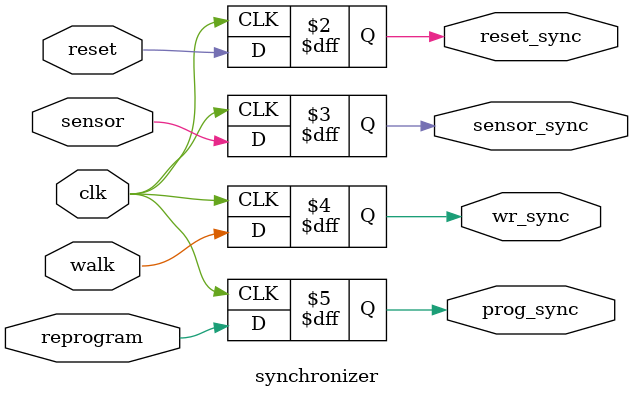
<source format=v>
`timescale 1ns / 1ps


module synchronizer(
    input reset,
    input sensor,
    input walk,
    input reprogram,
    input clk,
    output reg reset_sync,
    output reg sensor_sync,
    output reg wr_sync,
    output reg prog_sync
    );
    
    always@(posedge clk) begin
        reset_sync = reset;
        sensor_sync = sensor;
        wr_sync = walk;
        prog_sync = reprogram;
    end
    
endmodule

</source>
